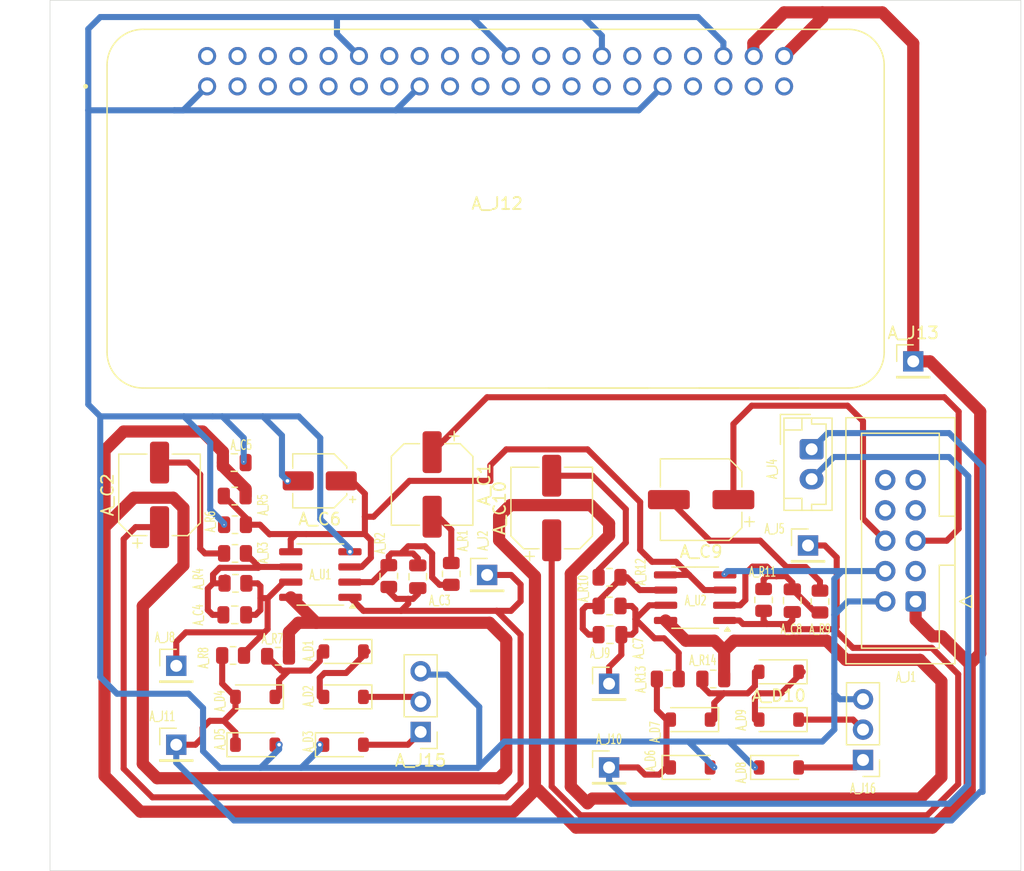
<source format=kicad_pcb>
(kicad_pcb (version 20241229) (generator "pcbnew") (generator_version "9.0")
  (layers (0 "F.Cu" signal) (2 "B.Cu" signal) (13 "F.Paste" user) (15 "B.Paste" user) (5 "F.SilkS" user "F.Silkscreen") (7 "B.SilkS" user "B.Silkscreen") (1 "F.Mask" user) (3 "B.Mask" user) (25 "Edge.Cuts" user))
  (net 0 "")
  (net 1 "Net-(A_C1-Pad2)")
  (net 2 "Net-(A_J1-Pin_5)")
  (net 3 "Net-(A_J2-Pin_1)")
  (net 4 "Net-(A_C2-Pad2)")
  (net 5 "Net-(A_U1A--)")
  (net 6 "Net-(A_U1B--)")
  (net 7 "GND")
  (net 8 "+5V")
  (net 9 "Net-(A_J8-Pin_1)")
  (net 10 "Net-(A_U1A-+)")
  (net 11 "Net-(A_J9-Pin_1)")
  (net 12 "Net-(A_U2B--)")
  (net 13 "Net-(A_U2A--)")
  (net 14 "Net-(A_J5-Pin_1)")
  (net 15 "Net-(A_C9-Pad2)")
  (net 16 "Net-(A_J1-Pin_6)")
  (net 17 "Net-(A_C10-Pad2)")
  (net 18 "Net-(A_D1-K)")
  (net 19 "Net-(A_D1-A)")
  (net 20 "Net-(A_D2-K)")
  (net 21 "Net-(A_D3-A)")
  (net 22 "Net-(A_D4-A)")
  (net 23 "Net-(A_D6-K)")
  (net 24 "Net-(A_D10-A)")
  (net 25 "Net-(A_D8-A)")
  (net 26 "Net-(A_D10-K)")
  (net 27 "Net-(A_D9-K)")
  (footprint "Capacitor_SMD:CP_Elec_6.3x7.7" (layer "F.Cu") (at 109.16 98.965 90)
    (property "Reference" "A_C2")
    (property "Value" "22uF")
  )
  (footprint "Resistor_SMD:R_0805_2012Metric" (layer "F.Cu") (at 164.4 107.8875 -90)
    (property "Reference" "A_R9")
    (property "Value" "10k")
  )
  (footprint "Resistor_SMD:R_0805_2012Metric" (layer "F.Cu") (at 119.0725 112.465)
    (property "Reference" "A_R7")
    (property "Value" "1k")
  )
  (footprint "Connector_PinHeader_2.54mm:PinHeader_1x01_P2.54mm_Vertical" (layer "F.Cu") (at 146.76 114.765)
    (property "Reference" "A_J9")
    (property "Value" "Conn_01x01_Pin")
  )
  (footprint "Connector_PinHeader_2.54mm:PinHeader_1x01_P2.54mm_Vertical" (layer "F.Cu") (at 136.56 105.665)
    (property "Reference" "A_J2")
    (property "Value" "Conn_01x01_Pin")
  )
  (footprint "Diode_SMD:D_SOD-123" (layer "F.Cu") (at 160.96 117.765 180)
    (property "Reference" "A_D9")
    (property "Value" "1N4148")
  )
  (footprint "Connector_PinHeader_2.54mm:PinHeader_1x03_P2.54mm_Vertical" (layer "F.Cu") (at 131 118.8 180)
    (property "Reference" "A_J15")
    (property "Value" "Conn_01x03_Pin")
  )
  (footprint "Resistor_SMD:R_0805_2012Metric" (layer "F.Cu") (at 128.335 105.7575 90)
    (property "Reference" "A_R2")
    (property "Value" "40k")
  )
  (footprint "Capacitor_SMD:CP_Elec_4x5.4" (layer "F.Cu") (at 122.559999 97.795 180)
    (property "Reference" "A_C6")
    (property "Value" "4.7uF")
  )
  (footprint "Diode_SMD:D_SOD-123" (layer "F.Cu") (at 117.16 115.865 180)
    (property "Reference" "A_D4")
    (property "Value" "1N4148")
  )
  (footprint "Diode_SMD:D_SOD-123" (layer "F.Cu") (at 117.16 119.865)
    (property "Reference" "A_D5")
    (property "Value" "1N4148")
  )
  (footprint "Diode_SMD:D_SOD-123" (layer "F.Cu") (at 160.96 121.765)
    (property "Reference" "A_D8")
    (property "Value" "1N4148")
  )
  (footprint "Diode_SMD:D_SOD-123" (layer "F.Cu") (at 124.56 119.865)
    (property "Reference" "A_D3")
    (property "Value" "1N4148")
  )
  (footprint "Resistor_SMD:R_0805_2012Metric" (layer "F.Cu") (at 155.4725 114.365 180)
    (property "Reference" "A_R14")
    (property "Value" "1k")
  )
  (footprint "Capacitor_SMD:C_0805_2012Metric" (layer "F.Cu") (at 115.45 109)
    (property "Reference" "A_C4")
    (property "Value" "330pF")
  )
  (footprint "Resistor_SMD:R_0805_2012Metric" (layer "F.Cu") (at 115.4725 101.465 180)
    (property "Reference" "A_R6")
    (property "Value" "330k")
  )
  (footprint "Resistor_SMD:R_0805_2012Metric" (layer "F.Cu") (at 115.51 106.365)
    (property "Reference" "A_R4")
    (property "Value" "80k")
  )
  (footprint "Connector_JST:JST_EH_B2B-EH-A_1x02_P2.50mm_Vertical" (layer "F.Cu") (at 163.7 95.15 -90)
    (property "Reference" "A_J4")
    (property "Value" "Conn_01x02")
  )
  (footprint "Connector_PinHeader_2.54mm:PinHeader_1x03_P2.54mm_Vertical" (layer "F.Cu") (at 168 121.14 180)
    (property "Reference" "A_J16")
    (property "Value" "Conn_01x03_Pin")
  )
  (footprint "Capacitor_SMD:CP_Elec_6.3x7.7" (layer "F.Cu") (at 154.46 99.365 180)
    (property "Reference" "A_C9")
    (property "Value" "22uF")
  )
  (footprint "Resistor_SMD:R_0805_2012Metric" (layer "F.Cu") (at 151.6725 114.365)
    (property "Reference" "A_R13")
    (property "Value" "100")
  )
  (footprint "ADS1263_socket:MODULE_RASPBERRY_PI_ZERO_2_W" (layer "F.Cu") (at 137.27 75.03)
    (property "Reference" "A_J12")
    (property "Value" "Conn_02x20_Odd_Even")
  )
  (footprint "Package_SO:SOIC-8_3.9x4.9mm_P1.27mm" (layer "F.Cu") (at 153.96 107.565 180)
    (property "Reference" "A_U2")
    (property "Value" "LMV358")
  )
  (footprint "Resistor_SMD:R_0805_2012Metric" (layer "F.Cu") (at 115.3125 112.4)
    (property "Reference" "A_R8")
    (property "Value" "100")
  )
  (footprint "Connector_PinHeader_2.54mm:PinHeader_1x01_P2.54mm_Vertical" (layer "F.Cu") (at 110.56 119.865)
    (property "Reference" "A_J11")
    (property "Value" "Conn_01x01_Pin")
  )
  (footprint "Connector_PinHeader_2.54mm:PinHeader_1x01_P2.54mm_Vertical" (layer "F.Cu") (at 146.76 121.765)
    (property "Reference" "A_J10")
    (property "Value" "Conn_01x01_Pin")
  )
  (footprint "Package_SO:SOIC-8_3.9x4.9mm_P1.27mm" (layer "F.Cu") (at 122.61 105.63 180)
    (property "Reference" "A_U1")
    (property "Value" "LMV358")
  )
  (footprint "Capacitor_SMD:C_0805_2012Metric" (layer "F.Cu") (at 130.76 105.815 90)
    (property "Reference" "A_C3")
    (property "Value" "680pF")
  )
  (footprint "Connector_PinHeader_2.54mm:PinHeader_1x01_P2.54mm_Vertical" (layer "F.Cu") (at 163.4 103.2)
    (property "Reference" "A_J5")
    (property "Value" "Conn_01x01_Pin")
  )
  (footprint "Resistor_SMD:R_0805_2012Metric" (layer "F.Cu") (at 115.4725 103.865)
    (property "Reference" "A_R3")
    (property "Value" "10k")
  )
  (footprint "Resistor_SMD:R_0805_2012Metric" (layer "F.Cu") (at 146.7975 108.26)
    (property "Reference" "A_R10")
    (property "Value" "80k")
  )
  (footprint "Capacitor_SMD:C_0805_2012Metric" (layer "F.Cu") (at 115.41 96.265)
    (property "Reference" "A_C5")
    (property "Value" "100nF")
  )
  (footprint "Diode_SMD:D_SOD-123" (layer "F.Cu") (at 160.96 113.765 180)
    (property "Reference" "A_D10")
    (property "Value" "1N4148")
  )
  (footprint "Resistor_SMD:R_0805_2012Metric" (layer "F.Cu") (at 146.7975 105.86)
    (property "Reference" "A_R12")
    (property "Value" "10k")
  )
  (footprint "Resistor_SMD:R_0805_2012Metric" (layer "F.Cu") (at 115.4475 99.065 180)
    (property "Reference" "A_R5")
    (property "Value" "910k")
  )
  (footprint "Connector_IDC:IDC-Header_2x05_P2.54mm_Vertical" (layer "F.Cu") (at 172.4 107.88 180)
    (property "Reference" "A_J1")
    (property "Value" "Connector_IDC:IDC-Header_2x05_P2.54mm_Vertical")
  )
  (footprint "Capacitor_SMD:CP_Elec_6.3x7.7" (layer "F.Cu") (at 131.96 98.095 -90)
    (property "Reference" "A_C1")
    (property "Value" "22uF")
  )
  (footprint "Diode_SMD:D_SOD-123" (layer "F.Cu") (at 153.56 117.765 180)
    (property "Reference" "A_D7")
    (property "Value" "1N4148")
  )
  (footprint "Capacitor_SMD:C_0805_2012Metric" (layer "F.Cu") (at 162.085 107.815 -90)
    (property "Reference" "A_C8")
    (property "Value" "680pF")
  )
  (footprint "Capacitor_SMD:CP_Elec_6.3x7.7" (layer "F.Cu") (at 141.96 100.065 90)
    (property "Reference" "A_C10")
    (property "Value" "22uF")
  )
  (footprint "Diode_SMD:D_SOD-123" (layer "F.Cu") (at 124.56 112.065 180)
    (property "Reference" "A_D1")
    (property "Value" "1N4148")
  )
  (footprint "Diode_SMD:D_SOD-123" (layer "F.Cu") (at 153.56 121.765)
    (property "Reference" "A_D6")
    (property "Value" "1N4148")
  )
  (footprint "Resistor_SMD:R_0805_2012Metric" (layer "F.Cu") (at 133.56 105.5775 -90)
    (property "Reference" "A_R1")
    (property "Value" "10k")
  )
  (footprint "Connector_PinHeader_2.54mm:PinHeader_1x01_P2.54mm_Vertical" (layer "F.Cu") (at 110.56 113.265)
    (property "Reference" "A_J8")
    (property "Value" "Conn_01x01_Pin")
  )
  (footprint "Connector_PinHeader_2.54mm:PinHeader_1x01_P2.54mm_Vertical" (layer "F.Cu") (at 172.2 87.8)
    (property "Reference" "A_J13")
    (property "Value" "Conn_01x01_Pin")
  )
  (footprint "Capacitor_SMD:C_0805_2012Metric" (layer "F.Cu") (at 146.835 110.66)
    (property "Reference" "A_C7")
    (property "Value" "330pF")
  )
  (footprint "Resistor_SMD:R_0805_2012Metric" (layer "F.Cu") (at 159.685 107.7525 -90)
    (property "Reference" "A_R11")
    (property "Value" "40k")
  )
  (footprint "Diode_SMD:D_SOD-123" (layer "F.Cu") (at 124.56 115.865 180)
    (property "Reference" "A_D2")
    (property "Value" "1N4148")
  )
  (gr_rect (start 100 57.6) (end 181.2 130.4) (stroke (width 0.05)) (fill no) (layer "Edge.Cuts"))
  (segment (start 133.56 101.895) (end 133.545 101.88) (width 0.508) (layer "F.Cu") (net 1))
  (segment (start 133.545 101.88) (end 132.459999 100.795) (width 0.508) (layer "F.Cu") (net 1))
  (segment (start 133.56 104.665) (end 133.56 101.895) (width 0.508) (layer "F.Cu") (net 1))
  (segment (start 175 102.8) (end 172.4 102.8) (width 0.508) (layer "F.Cu") (net 2))
  (segment (start 174.8 90.8) (end 176 92) (width 0.508) (layer "F.Cu") (net 2))
  (segment (start 176 92) (end 176 101.8) (width 0.508) (layer "F.Cu") (net 2))
  (segment (start 176 101.8) (end 175 102.8) (width 0.508) (layer "F.Cu") (net 2))
  (segment (start 136.555 90.8) (end 174.8 90.8) (width 0.508) (layer "F.Cu") (net 2))
  (segment (start 131.96 95.395) (end 136.555 90.8) (width 0.508) (layer "F.Cu") (net 2))
  (segment (start 126.215 108.665) (end 129.36 108.665) (width 0.508) (layer "F.Cu") (net 3))
  (segment (start 108.56 124.265) (end 106.16 121.865) (width 0.508) (layer "F.Cu") (net 3))
  (segment (start 130.36 107.665) (end 129.96 107.665) (width 0.508) (layer "F.Cu") (net 3))
  (segment (start 129.96 108.065) (end 129.36 108.665) (width 0.508) (layer "F.Cu") (net 3))
  (segment (start 129.36 108.665) (end 137.36 108.665) (width 0.508) (layer "F.Cu") (net 3))
  (segment (start 128.96 107.665) (end 128.335 107.04) (width 0.508) (layer "F.Cu") (net 3))
  (segment (start 129.96 107.665) (end 129.96 108.065) (width 0.508) (layer "F.Cu") (net 3))
  (segment (start 137.36 108.665) (end 138.56 108.665) (width 0.508) (layer "F.Cu") (net 3))
  (segment (start 139.36 123.065) (end 139.36 110.665) (width 0.508) (layer "F.Cu") (net 3))
  (segment (start 107.16 101.665) (end 109.16 101.665) (width 0.508) (layer "F.Cu") (net 3))
  (segment (start 106.16 121.865) (end 106.16 102.665) (width 0.508) (layer "F.Cu") (net 3))
  (segment (start 139.36 107.865) (end 139.36 106.465) (width 0.508) (layer "F.Cu") (net 3))
  (segment (start 138.16 124.265) (end 108.56 124.265) (width 0.508) (layer "F.Cu") (net 3))
  (segment (start 139.36 110.665) (end 137.36 108.665) (width 0.508) (layer "F.Cu") (net 3))
  (segment (start 138.56 105.665) (end 136.56 105.665) (width 0.508) (layer "F.Cu") (net 3))
  (segment (start 138.56 108.665) (end 139.36 107.865) (width 0.508) (layer "F.Cu") (net 3))
  (segment (start 106.16 102.665) (end 107.16 101.665) (width 0.508) (layer "F.Cu") (net 3))
  (segment (start 139.36 106.465) (end 138.56 105.665) (width 0.508) (layer "F.Cu") (net 3))
  (segment (start 125.085 107.535) (end 126.215 108.665) (width 0.508) (layer "F.Cu") (net 3))
  (segment (start 129.96 107.665) (end 128.96 107.665) (width 0.508) (layer "F.Cu") (net 3))
  (segment (start 128.335 107.04) (end 128.335 106.67) (width 0.508) (layer "F.Cu") (net 3))
  (segment (start 130.76 107.265) (end 130.36 107.665) (width 0.508) (layer "F.Cu") (net 3))
  (segment (start 130.76 106.765) (end 130.76 107.265) (width 0.508) (layer "F.Cu") (net 3))
  (segment (start 138.16 124.265) (end 139.36 123.065) (width 0.508) (layer "F.Cu") (net 3))
  (segment (start 111.56 96.265) (end 112.56 97.265) (width 0.508) (layer "F.Cu") (net 4))
  (segment (start 112.56 97.265) (end 112.56 103.465) (width 0.508) (layer "F.Cu") (net 4))
  (segment (start 109.16 96.265) (end 111.56 96.265) (width 0.508) (layer "F.Cu") (net 4))
  (segment (start 112.56 103.465) (end 112.96 103.865) (width 0.508) (layer "F.Cu") (net 4))
  (segment (start 112.96 103.865) (end 114.56 103.865) (width 0.508) (layer "F.Cu") (net 4))
  (segment (start 128.335 104.89) (end 126.96 106.265) (width 0.508) (layer "F.Cu") (net 5))
  (segment (start 130.36 103.865) (end 130.76 104.265) (width 0.508) (layer "F.Cu") (net 5))
  (segment (start 131.96 105.865) (end 131.96 103.865) (width 0.508) (layer "F.Cu") (net 5))
  (segment (start 131.96 105.865) (end 132.585 106.49) (width 0.508) (layer "F.Cu") (net 5))
  (segment (start 128.56 103.865) (end 129.36 103.865) (width 0.508) (layer "F.Cu") (net 5))
  (segment (start 129.36 103.865) (end 130.36 103.865) (width 0.508) (layer "F.Cu") (net 5))
  (segment (start 130.76 104.265) (end 130.76 104.865) (width 0.508) (layer "F.Cu") (net 5))
  (segment (start 129.96 103.265) (end 129.36 103.865) (width 0.508) (layer "F.Cu") (net 5))
  (segment (start 128.335 104.845) (end 128.335 104.09) (width 0.508) (layer "F.Cu") (net 5))
  (segment (start 132.585 106.49) (end 133.56 106.49) (width 0.508) (layer "F.Cu") (net 5))
  (segment (start 128.335 104.09) (end 128.56 103.865) (width 0.508) (layer "F.Cu") (net 5))
  (segment (start 131.36 103.265) (end 129.96 103.265) (width 0.508) (layer "F.Cu") (net 5))
  (segment (start 126.96 106.265) (end 125.085 106.265) (width 0.508) (layer "F.Cu") (net 5))
  (segment (start 128.335 104.845) (end 128.335 104.89) (width 0.508) (layer "F.Cu") (net 5))
  (segment (start 131.96 103.865) (end 131.36 103.265) (width 0.508) (layer "F.Cu") (net 5))
  (segment (start 113.2 106.8) (end 113.635 106.365) (width 0.508) (layer "F.Cu") (net 6))
  (segment (start 114.5975 106.365) (end 114.5975 105.94) (width 0.508) (layer "F.Cu") (net 6))
  (segment (start 114.2 105.065) (end 117.42 105.065) (width 0.508) (layer "F.Cu") (net 6))
  (segment (start 114.5975 105.94) (end 114.6725 105.865) (width 0.508) (layer "F.Cu") (net 6))
  (segment (start 113.635 106.365) (end 114.5975 106.365) (width 0.508) (layer "F.Cu") (net 6))
  (segment (start 117.49 104.995) (end 120.135 104.995) (width 0.508) (layer "F.Cu") (net 6))
  (segment (start 113.2 108.6) (end 113.2 106.8) (width 0.508) (layer "F.Cu") (net 6))
  (segment (start 117.42 105.065) (end 117.49 104.995) (width 0.508) (layer "F.Cu") (net 6))
  (segment (start 116.385 103.89) (end 117.49 104.995) (width 0.508) (layer "F.Cu") (net 6))
  (segment (start 113.6 109) (end 113.2 108.6) (width 0.508) (layer "F.Cu") (net 6))
  (segment (start 116.385 103.865) (end 116.385 103.89) (width 0.508) (layer "F.Cu") (net 6))
  (segment (start 113.635 105.63) (end 114.2 105.065) (width 0.508) (layer "F.Cu") (net 6))
  (segment (start 114.5 109) (end 113.6 109) (width 0.508) (layer "F.Cu") (net 6))
  (segment (start 113.635 106.365) (end 113.635 105.63) (width 0.508) (layer "F.Cu") (net 6))
  (via (at 125.085 103.725) (size 0.6) (drill 0.3) (layers "F.Cu" "B.Cu") (net 7))
  (via (at 119.16 119.865) (size 0.6) (drill 0.3) (layers "F.Cu" "B.Cu") (net 7))
  (via micro (at 155.56 121.765) (size 0.3) (drill 0.1) (layers "F.Cu" "B.Cu") (net 7))
  (via (at 122.56 119.865) (size 0.6) (drill 0.3) (layers "F.Cu" "B.Cu") (net 7))
  (via micro (at 114.56 101.465) (size 0.3) (drill 0.1) (layers "F.Cu" "B.Cu") (net 7))
  (via micro (at 158.96 121.765) (size 0.3) (drill 0.1) (layers "F.Cu" "B.Cu") (net 7))
  (via micro (at 156.4 105.6) (size 0.3) (drill 0.1) (layers "F.Cu" "B.Cu") (net 7))
  (via (at 119.859999 97.795) (size 0.6) (drill 0.3) (layers "F.Cu" "B.Cu") (net 7))
  (via micro (at 116.2 96.2) (size 0.3) (drill 0.1) (layers "F.Cu" "B.Cu") (net 7))
  (segment (start 116.2 94.2) (end 116.2 96.2) (width 0.508) (layer "B.Cu") (net 7))
  (segment (start 165.6 109) (end 165.6 106) (width 0.508) (layer "B.Cu") (net 7))
  (segment (start 128.92 66.8) (end 130.92 64.8) (width 0.508) (layer "B.Cu") (net 7))
  (segment (start 131.28 114) (end 131 113.72) (width 0.508) (layer "B.Cu") (net 7))
  (segment (start 119.4 94) (end 119.4 97.335001) (width 0.508) (layer "B.Cu") (net 7))
  (segment (start 113.4 100.2) (end 114.56 101.36) (width 0.508) (layer "B.Cu") (net 7))
  (segment (start 122.56 120.24) (end 122.56 119.865) (width 0.508) (layer "B.Cu") (net 7))
  (segment (start 111.14 66.8) (end 113.14 64.8) (width 0.508) (layer "B.Cu") (net 7))
  (segment (start 114.4 92.4) (end 116.2 94.2) (width 0.508) (layer "B.Cu") (net 7))
  (segment (start 166.06 116.06) (end 168 116.06) (width 0.508) (layer "B.Cu") (net 7))
  (segment (start 125.085 103.485) (end 122.6 101) (width 0.508) (layer "B.Cu") (net 7))
  (segment (start 104.2 114.2) (end 105.6 115.6) (width 0.508) (layer "B.Cu") (net 7))
  (segment (start 133.2 114) (end 135.9 116.7) (width 0.508) (layer "B.Cu") (net 7))
  (segment (start 103.2 60) (end 104.2 59) (width 0.508) (layer "B.Cu") (net 7))
  (segment (start 165.6 109) (end 166.72 107.88) (width 0.508) (layer "B.Cu") (net 7))
  (segment (start 166.26 105.34) (end 156.66 105.34) (width 0.508) (layer "B.Cu") (net 7))
  (segment (start 166.72 107.88) (end 169.86 107.88) (width 0.508) (layer "B.Cu") (net 7))
  (segment (start 135.9 116.7) (end 135.9 121.7) (width 0.508) (layer "B.Cu") (net 7))
  (segment (start 122.6 94.2) (end 120.8 92.4) (width 0.508) (layer "B.Cu") (net 7))
  (segment (start 135.2 59) (end 144.6 59) (width 0.508) (layer "B.Cu") (net 7))
  (segment (start 110.4 66.8) (end 111.14 66.8) (width 0.508) (layer "B.Cu") (net 7))
  (segment (start 104.2 92.4) (end 103.2 91.4) (width 0.508) (layer "B.Cu") (net 7))
  (segment (start 146.16 60.56) (end 146.16 62.26) (width 0.508) (layer "B.Cu") (net 7))
  (segment (start 103.2 91.4) (end 103.2 66.8) (width 0.508) (layer "B.Cu") (net 7))
  (segment (start 103.2 66.8) (end 103.2 60) (width 0.508) (layer "B.Cu") (net 7))
  (segment (start 156.795 119.6) (end 158.96 121.765) (width 0.508) (layer "B.Cu") (net 7))
  (segment (start 133.2 114) (end 131.28 114) (width 0.508) (layer "B.Cu") (net 7))
  (segment (start 119.4 97.335001) (end 119.859999 97.795) (width 0.508) (layer "B.Cu") (net 7))
  (segment (start 104.2 59) (end 124 59) (width 0.508) (layer "B.Cu") (net 7))
  (segment (start 165.6 118.6) (end 165.6 115.6) (width 0.508) (layer "B.Cu") (net 7))
  (segment (start 166.26 105.34) (end 169.86 105.34) (width 0.508) (layer "B.Cu") (net 7))
  (segment (start 104.2 92.4) (end 111.2 92.4) (width 0.508) (layer "B.Cu") (net 7))
  (segment (start 149.24 66.8) (end 151.24 64.8) (width 0.508) (layer "B.Cu") (net 7))
  (segment (start 165.6 115.6) (end 165.6 109) (width 0.508) (layer "B.Cu") (net 7))
  (segment (start 135.8 121.8) (end 135.9 121.7) (width 0.508) (layer "B.Cu") (net 7))
  (segment (start 156.66 105.34) (end 156.4 105.6) (width 0.508) (layer "B.Cu") (net 7))
  (segment (start 114.4 92.4) (end 117.8 92.4) (width 0.508) (layer "B.Cu") (net 7))
  (segment (start 138 119.6) (end 153.395 119.6) (width 0.508) (layer "B.Cu") (net 7))
  (segment (start 119.16 120.24) (end 119.16 119.865) (width 0.508) (layer "B.Cu") (net 7))
  (segment (start 117.6 121.8) (end 119.16 120.24) (width 0.508) (layer "B.Cu") (net 7))
  (segment (start 124 59) (end 135.2 59) (width 0.508) (layer "B.Cu") (net 7))
  (segment (start 122.6 101) (end 122.6 94.2) (width 0.508) (layer "B.Cu") (net 7))
  (segment (start 111.6 115.6) (end 112.8 116.8) (width 0.508) (layer "B.Cu") (net 7))
  (segment (start 113.4 94.6) (end 113.4 100.2) (width 0.508) (layer "B.Cu") (net 7))
  (segment (start 113.6 92.4) (end 114.4 92.4) (width 0.508) (layer "B.Cu") (net 7))
  (segment (start 112.8 116.8) (end 112.8 120.4) (width 0.508) (layer "B.Cu") (net 7))
  (segment (start 121 121.8) (end 122.56 120.24) (width 0.508) (layer "B.Cu") (net 7))
  (segment (start 114.2 121.8) (end 117.6 121.8) (width 0.508) (layer "B.Cu") (net 7))
  (segment (start 111.2 92.4) (end 113.4 94.6) (width 0.508) (layer "B.Cu") (net 7))
  (segment (start 144.6 59) (end 146.16 60.56) (width 0.508) (layer "B.Cu") (net 7))
  (segment (start 165.6 115.6) (end 166.06 116.06) (width 0.508) (layer "B.Cu") (net 7))
  (segment (start 156.795 119.6) (end 164.6 119.6) (width 0.508) (layer "B.Cu") (net 7))
  (segment (start 165.6 106) (end 166.26 105.34) (width 0.508) (layer "B.Cu") (net 7))
  (segment (start 120.8 92.4) (end 117.8 92.4) (width 0.508) (layer "B.Cu") (net 7))
  (segment (start 153.395 119.6) (end 156.795 119.6) (width 0.508) (layer "B.Cu") (net 7))
  (segment (start 105.6 115.6) (end 111.6 115.6) (width 0.508) (layer "B.Cu") (net 7))
  (segment (start 125.085 103.725) (end 125.085 103.485) (width 0.508) (layer "B.Cu") (net 7))
  (segment (start 153.395 119.6) (end 155.56 121.765) (width 0.508) (layer "B.Cu") (net 7))
  (segment (start 114.56 101.36) (end 114.56 101.465) (width 0.508) (layer "B.Cu") (net 7))
  (segment (start 135.9 121.7) (end 138 119.6) (width 0.508) (layer "B.Cu") (net 7))
  (segment (start 156.32 61.12) (end 156.32 62.26) (width 0.508) (layer "B.Cu") (net 7))
  (segment (start 135.2 59) (end 135.28 59) (width 0.508) (layer "B.Cu") (net 7))
  (segment (start 104.2 92.4) (end 104.2 114.2) (width 0.508) (layer "B.Cu") (net 7))
  (segment (start 124 59) (end 124 60.42) (width 0.508) (layer "B.Cu") (net 7))
  (segment (start 144.6 59) (end 154.2 59) (width 0.508) (layer "B.Cu") (net 7))
  (segment (start 128.92 66.8) (end 149.24 66.8) (width 0.508) (layer "B.Cu") (net 7))
  (segment (start 164.6 119.6) (end 165.6 118.6) (width 0.508) (layer "B.Cu") (net 7))
  (segment (start 117.8 92.4) (end 119.4 94) (width 0.508) (layer "B.Cu") (net 7))
  (segment (start 135.8 121.8) (end 121 121.8) (width 0.508) (layer "B.Cu") (net 7))
  (segment (start 112.8 120.4) (end 114.2 121.8) (width 0.508) (layer "B.Cu") (net 7))
  (segment (start 154.2 59) (end 156.32 61.12) (width 0.508) (layer "B.Cu") (net 7))
  (segment (start 103.2 66.8) (end 110.4 66.8) (width 0.508) (layer "B.Cu") (net 7))
  (segment (start 117.6 121.8) (end 121 121.8) (width 0.508) (layer "B.Cu") (net 7))
  (segment (start 110.4 66.8) (end 128.92 66.8) (width 0.508) (layer "B.Cu") (net 7))
  (segment (start 135.28 59) (end 138.54 62.26) (width 0.508) (layer "B.Cu") (net 7))
  (segment (start 124 60.42) (end 125.84 62.26) (width 0.508) (layer "B.Cu") (net 7))
  (segment (start 111.2 92.4) (end 113.6 92.4) (width 0.508) (layer "B.Cu") (net 7))
  (segment (start 169.609 58.609) (end 164.6 58.609) (width 1.016) (layer "F.Cu") (net 8))
  (segment (start 164.6 58.609) (end 164.6 59.06) (width 1.016) (layer "F.Cu") (net 8))
  (segment (start 137.56 100.765) (end 138.501 99.824) (width 1.016) (layer "F.Cu") (net 8))
  (segment (start 173.6 87.8) (end 172.2 87.8) (width 1.016) (layer "F.Cu") (net 8))
  (segment (start 176.923 113.123) (end 174.6 110.8) (width 1.016) (layer "F.Cu") (net 8))
  (segment (start 110.301 99.206) (end 111.16 100.065) (width 1.016) (layer "F.Cu") (net 8))
  (segment (start 156.385 111.99) (end 156.385 114.365) (width 1.016) (layer "F.Cu") (net 8))
  (segment (start 122.265 109.665) (end 120.76 109.665) (width 1.016) (layer "F.Cu") (net 8))
  (segment (start 143.56 123.365) (end 144.96 124.765) (width 1.016) (layer "F.Cu") (net 8))
  (segment (start 172.76 124.365) (end 174.56 122.565) (width 1.016) (layer "F.Cu") (net 8))
  (segment (start 157.21 111.165) (end 156.385 111.99) (width 1.016) (layer "F.Cu") (net 8))
  (segment (start 107.76 108.265) (end 107.76 121.465) (width 1.016) (layer "F.Cu") (net 8))
  (segment (start 164.96 111.165) (end 157.21 111.165) (width 1.016) (layer "F.Cu") (net 8))
  (segment (start 140.865 123.665) (end 144 126.8) (width 1.016) (layer "F.Cu") (net 8))
  (segment (start 137.56 122.665) (end 138.16 122.065) (width 1.016) (layer "F.Cu") (net 8))
  (segment (start 174.6 110.8) (end 173.8 110.8) (width 1.016) (layer "F.Cu") (net 8))
  (segment (start 107.56 125.465) (end 138.76 125.465) (width 1.016) (layer "F.Cu") (net 8))
  (segment (start 120.76 109.665) (end 119.985 110.44) (width 1.016) (layer "F.Cu") (net 8))
  (segment (start 107.76 121.465) (end 108.96 122.665) (width 1.016) (layer "F.Cu") (net 8))
  (segment (start 172.4 109.4) (end 172.4 107.88) (width 1.016) (layer "F.Cu") (net 8))
  (segment (start 140.56 123.665) (end 140.865 123.665) (width 1.016) (layer "F.Cu") (net 8))
  (segment (start 104.56 122.465) (end 107.56 125.465) (width 1.016) (layer "F.Cu") (net 8))
  (segment (start 140.56 105.765) (end 137.56 102.765) (width 1.016) (layer "F.Cu") (net 8))
  (segment (start 140.56 123.665) (end 140.56 105.765) (width 1.016) (layer "F.Cu") (net 8))
  (segment (start 119.985 110.44) (end 119.985 112.465) (width 1.016) (layer "F.Cu") (net 8))
  (segment (start 104.56 101.665) (end 104.56 122.465) (width 1.016) (layer "F.Cu") (net 8))
  (segment (start 104.56 101.665) (end 104.56 95.265) (width 1.016) (layer "F.Cu") (net 8))
  (segment (start 153.18 111.165) (end 151.485 109.47) (width 1.016) (layer "F.Cu") (net 8))
  (segment (start 177.8 112.246) (end 177.8 92) (width 1.016) (layer "F.Cu") (net 8))
  (segment (start 146.76 102.365) (end 143.56 105.565) (width 1.016) (layer "F.Cu") (net 8))
  (segment (start 174.56 122.565) (end 174.56 114.565) (width 1.016) (layer "F.Cu") (net 8))
  (segment (start 122.265 109.665) (end 136.76 109.665) (width 1.016) (layer "F.Cu") (net 8))
  (segment (start 164.6 58.609) (end 161.4 58.609) (width 1.016) (layer "F.Cu") (net 8))
  (segment (start 173.8 126.8) (end 176.923 123.677) (width 1.016) (layer "F.Cu") (net 8))
  (segment (start 176.923 123.677) (end 176.923 113.123) (width 1.016) (layer "F.Cu") (net 8))
  (segment (start 158.826 61.183) (end 158.826 62.226) (width 1.016) (layer "F.Cu") (net 8))
  (segment (start 176.923 113.123) (end 177.8 112.246) (width 1.016) (layer "F.Cu") (net 8))
  (segment (start 155.56 111.165) (end 156.385 111.99) (width 1.016) (layer "F.Cu") (net 8))
  (segment (start 161.4 58.609) (end 158.826 61.183) (width 1.016) (layer "F.Cu") (net 8))
  (segment (start 164.6 59.06) (end 161.4 62.26) (width 1.016) (layer "F.Cu") (net 8))
  (segment (start 111.16 100.065) (end 111.16 104.865) (width 1.016) (layer "F.Cu") (net 8))
  (segment (start 174.56 114.565) (end 172.76 112.765) (width 1.016) (layer "F.Cu") (net 8))
  (segment (start 112.76 93.665) (end 114.46 95.365) (width 1.016) (layer "F.Cu") (net 8))
  (segment (start 104.56 95.265) (end 106.16 93.665) (width 1.016) (layer "F.Cu") (net 8))
  (segment (start 172.76 112.765) (end 166.56 112.765) (width 1.016) (layer "F.Cu") (net 8))
  (segment (start 138.16 122.065) (end 138.16 111.065) (width 1.016) (layer "F.Cu") (net 8))
  (segment (start 107.019 99.206) (end 110.301 99.206) (width 1.016) (layer "F.Cu") (net 8))
  (segment (start 137.56 102.765) (end 137.56 100.765) (width 1.016) (layer "F.Cu") (net 8))
  (segment (start 138.16 111.065) (end 136.76 109.665) (width 1.016) (layer "F.Cu") (net 8))
  (segment (start 166.56 112.765) (end 164.96 111.165) (width 1.016) (layer "F.Cu") (net 8))
  (segment (start 106.16 93.665) (end 112.76 93.665) (width 1.016) (layer "F.Cu") (net 8))
  (segment (start 172.2 61.2) (end 169.609 58.609) (width 1.016) (layer "F.Cu") (net 8))
  (segment (start 144.96 124.765) (end 145.36 124.365) (width 1.016) (layer "F.Cu") (net 8))
  (segment (start 114.46 95.365) (end 114.46 96.265) (width 1.016) (layer "F.Cu") (net 8))
  (segment (start 172.2 87.8) (end 172.2 61.2) (width 1.016) (layer "F.Cu") (net 8))
  (segment (start 116.36 98.465) (end 116.36 99.065) (width 1.016) (layer "F.Cu") (net 8))
  (segment (start 138.76 125.465) (end 140.56 123.665) (width 1.016) (layer "F.Cu") (net 8))
  (segment (start 114.46 96.565) (end 116.36 98.465) (width 1.016) (layer "F.Cu") (net 8))
  (segment (start 177.8 92) (end 173.6 87.8) (width 1.016) (layer "F.Cu") (net 8))
  (segment (start 158.826 62.226) (end 158.86 62.26) (width 1.016) (layer "F.Cu") (net 8))
  (segment (start 145.219 99.824) (end 146.76 101.365) (width 1.016) (layer "F.Cu") (net 8))
  (segment (start 122.265 109.665) (end 120.135 107.535) (width 1.016) (layer "F.Cu") (net 8))
  (segment (start 111.16 104.865) (end 107.76 108.265) (width 1.016) (layer "F.Cu") (net 8))
  (segment (start 144 126.8) (end 173.8 126.8) (width 1.016) (layer "F.Cu") (net 8))
  (segment (start 108.96 122.665) (end 137.56 122.665) (width 1.016) (layer "F.Cu") (net 8))
  (segment (start 155.56 111.165) (end 153.18 111.165) (width 1.016) (layer "F.Cu") (net 8))
  (segment (start 114.46 96.265) (end 114.46 96.565) (width 1.016) (layer "F.Cu") (net 8))
  (segment (start 145.36 124.365) (end 172.76 124.365) (width 1.016) (layer "F.Cu") (net 8))
  (segment (start 138.501 99.824) (end 145.219 99.824) (width 1.016) (layer "F.Cu") (net 8))
  (segment (start 173.8 110.8) (end 172.4 109.4) (width 1.016) (layer "F.Cu") (net 8))
  (segment (start 146.76 101.365) (end 146.76 102.365) (width 1.016) (layer "F.Cu") (net 8))
  (segment (start 143.56 105.565) (end 143.56 123.365) (width 1.016) (layer "F.Cu") (net 8))
  (segment (start 104.56 101.665) (end 107.019 99.206) (width 1.016) (layer "F.Cu") (net 8))
  (segment (start 110.56 111.265) (end 111.36 110.465) (width 0.508) (layer "F.Cu") (net 9))
  (segment (start 117.365 106.365) (end 116.4225 106.365) (width 0.508) (layer "F.Cu") (net 9))
  (segment (start 117.6 107.6) (end 118.225 107.6) (width 0.508) (layer "F.Cu") (net 9))
  (segment (start 116.225 112.4) (end 116.225 112.175) (width 0.508) (layer "F.Cu") (net 9))
  (segment (start 117.6 107.6) (end 117.6 106.6) (width 0.508) (layer "F.Cu") (net 9))
  (segment (start 118.2 107.625) (end 118.225 107.6) (width 0.508) (layer "F.Cu") (net 9))
  (segment (start 117.6 108.6) (end 117.6 107.6) (width 0.508) (layer "F.Cu") (net 9))
  (segment (start 119.56 106.265) (end 120.135 106.265) (width 0.508) (layer "F.Cu") (net 9))
  (segment (start 110.56 113.265) (end 110.56 111.265) (width 0.508) (layer "F.Cu") (net 9))
  (segment (start 116.4 109) (end 117.2 109) (width 0.508) (layer "F.Cu") (net 9))
  (segment (start 117.935 110.465) (end 118.2 110.2) (width 0.508) (layer "F.Cu") (net 9))
  (segment (start 117.2 109) (end 117.6 108.6) (width 0.508) (layer "F.Cu") (net 9))
  (segment (start 118.225 107.6) (end 119.56 106.265) (width 0.508) (layer "F.Cu") (net 9))
  (segment (start 111.36 110.465) (end 117.935 110.465) (width 0.508) (layer "F.Cu") (net 9))
  (segment (start 117.6 106.6) (end 117.365 106.365) (width 0.508) (layer "F.Cu") (net 9))
  (segment (start 116.225 112.175) (end 117.935 110.465) (width 0.508) (layer "F.Cu") (net 9))
  (segment (start 118.2 110.2) (end 118.2 107.625) (width 0.508) (layer "F.Cu") (net 9))
  (segment (start 126.335 98.870001) (end 126.335 100.795) (width 0.508) (layer "F.Cu") (net 10))
  (segment (start 118.36 102.265) (end 118.38 102.245) (width 0.508) (layer "F.Cu") (net 10))
  (segment (start 126.059999 104.995) (end 125.085 104.995) (width 0.508) (layer "F.Cu") (net 10))
  (segment (start 153.455 105.66) (end 154.725 106.93) (width 0.508) (layer "F.Cu") (net 10))
  (segment (start 117.56 101.465) (end 118.36 102.265) (width 0.508) (layer "F.Cu") (net 10))
  (segment (start 136.83 96.495) (end 138.165 95.16) (width 0.508) (layer "F.Cu") (net 10))
  (segment (start 114.56 99.065) (end 116.385 100.89) (width 0.508) (layer "F.Cu") (net 10))
  (segment (start 127.059999 100.795) (end 130.059999 97.795) (width 0.508) (layer "F.Cu") (net 10))
  (segment (start 121.435 102.245) (end 126.335 102.245) (width 0.508) (layer "F.Cu") (net 10))
  (segment (start 154.725 106.93) (end 156.435 106.93) (width 0.508) (layer "F.Cu") (net 10))
  (segment (start 152.36 104.565) (end 153.455 105.66) (width 0.508) (layer "F.Cu") (net 10))
  (segment (start 126.335 100.795) (end 126.335 102.245) (width 0.508) (layer "F.Cu") (net 10))
  (segment (start 130.059999 97.795) (end 136.83 97.795) (width 0.508) (layer "F.Cu") (net 10))
  (segment (start 126.335 102.245) (end 126.835 102.745) (width 0.508) (layer "F.Cu") (net 10))
  (segment (start 120.135 103.725) (end 120.135 102.695) (width 0.508) (layer "F.Cu") (net 10))
  (segment (start 149.36 103.565) (end 150.36 104.565) (width 0.508) (layer "F.Cu") (net 10))
  (segment (start 126.335 100.795) (end 127.059999 100.795) (width 0.508) (layer "F.Cu") (net 10))
  (segment (start 149.36 99.565) (end 149.36 103.565) (width 0.508) (layer "F.Cu") (net 10))
  (segment (start 138.165 95.16) (end 144.955 95.16) (width 0.508) (layer "F.Cu") (net 10))
  (segment (start 144.955 95.16) (end 149.36 99.565) (width 0.508) (layer "F.Cu") (net 10))
  (segment (start 116.385 101.465) (end 117.56 101.465) (width 0.508) (layer "F.Cu") (net 10))
  (segment (start 118.38 102.245) (end 120.585 102.245) (width 0.508) (layer "F.Cu") (net 10))
  (segment (start 126.835 104.219999) (end 126.059999 104.995) (width 0.508) (layer "F.Cu") (net 10))
  (segment (start 136.83 97.795) (end 136.83 96.495) (width 0.508) (layer "F.Cu") (net 10))
  (segment (start 114.535 99.065) (end 114.56 99.065) (width 0.508) (layer "F.Cu") (net 10))
  (segment (start 150.36 104.565) (end 152.36 104.565) (width 0.508) (layer "F.Cu") (net 10))
  (segment (start 125.259999 97.795) (end 126.335 98.870001) (width 0.508) (layer "F.Cu") (net 10))
  (segment (start 126.835 102.745) (end 126.835 104.219999) (width 0.508) (layer "F.Cu") (net 10))
  (segment (start 151.485 105.66) (end 153.455 105.66) (width 0.508) (layer "F.Cu") (net 10))
  (segment (start 120.585 102.245) (end 121.435 102.245) (width 0.508) (layer "F.Cu") (net 10))
  (segment (start 116.385 100.89) (end 116.385 101.465) (width 0.508) (layer "F.Cu") (net 10))
  (segment (start 120.135 102.695) (end 120.585 102.245) (width 0.508) (layer "F.Cu") (net 10))
  (segment (start 148.96 109.365) (end 148.96 110.365) (width 0.508) (layer "F.Cu") (net 11))
  (segment (start 148.655 108.26) (end 148.96 108.565) (width 0.508) (layer "F.Cu") (net 11))
  (segment (start 148.96 109.365) (end 150.56 110.965) (width 0.508) (layer "F.Cu") (net 11))
  (segment (start 147.785 112.34) (end 147.785 110.66) (width 0.508) (layer "F.Cu") (net 11))
  (segment (start 148.96 110.365) (end 148.665 110.66) (width 0.508) (layer "F.Cu") (net 11))
  (segment (start 148.96 108.565) (end 148.96 109.365) (width 0.508) (layer "F.Cu") (net 11))
  (segment (start 150.125 108.2) (end 151.485 108.2) (width 0.508) (layer "F.Cu") (net 11))
  (segment (start 148.96 109.365) (end 150.125 108.2) (width 0.508) (layer "F.Cu") (net 11))
  (segment (start 147.71 108.26) (end 148.655 108.26) (width 0.508) (layer "F.Cu") (net 11))
  (segment (start 150.56 110.965) (end 151.36 110.965) (width 0.508) (layer "F.Cu") (net 11))
  (segment (start 148.665 110.66) (end 147.785 110.66) (width 0.508) (layer "F.Cu") (net 11))
  (segment (start 146.76 113.365) (end 147.785 112.34) (width 0.508) (layer "F.Cu") (net 11))
  (segment (start 152.585 112.19) (end 152.585 114.365) (width 0.508) (layer "F.Cu") (net 11))
  (segment (start 151.36 110.965) (end 152.585 112.19) (width 0.508) (layer "F.Cu") (net 11))
  (segment (start 146.76 114.765) (end 146.76 113.365) (width 0.508) (layer "F.Cu") (net 11))
  (segment (start 144.56 108.565) (end 144.56 110.165) (width 0.508) (layer "F.Cu") (net 12))
  (segment (start 145.885 108.26) (end 144.865 108.26) (width 0.508) (layer "F.Cu") (net 12))
  (segment (start 144.865 108.26) (end 144.56 108.565) (width 0.508) (layer "F.Cu") (net 12))
  (segment (start 147.71 106.015) (end 145.885 107.84) (width 0.508) (layer "F.Cu") (net 12))
  (segment (start 145.055 110.66) (end 145.885 110.66) (width 0.508) (layer "F.Cu") (net 12))
  (segment (start 149.325 106.93) (end 151.485 106.93) (width 0.508) (layer "F.Cu") (net 12))
  (segment (start 145.885 107.84) (end 145.885 108.26) (width 0.508) (layer "F.Cu") (net 12))
  (segment (start 148.255 105.86) (end 149.325 106.93) (width 0.508) (layer "F.Cu") (net 12))
  (segment (start 144.56 110.165) (end 145.055 110.66) (width 0.508) (layer "F.Cu") (net 12))
  (segment (start 147.71 105.86) (end 147.71 106.015) (width 0.508) (layer "F.Cu") (net 12))
  (segment (start 147.71 105.86) (end 148.255 105.86) (width 0.508) (layer "F.Cu") (net 12))
  (segment (start 160.76 105.77) (end 159.96 104.97) (width 0.508) (layer "F.Cu") (net 13))
  (segment (start 159.96 105.77) (end 160.76 105.77) (width 0.508) (layer "F.Cu") (net 13))
  (segment (start 158.755 104.97) (end 158.16 105.565) (width 0.508) (layer "F.Cu") (net 13))
  (segment (start 158.16 107.765) (end 157.725 108.2) (width 0.508) (layer "F.Cu") (net 13))
  (segment (start 161.56 105.77) (end 162.085 106.295) (width 0.508) (layer "F.Cu") (net 13))
  (segment (start 162.085 106.295) (end 162.085 106.865) (width 0.508) (layer "F.Cu") (net 13))
  (segment (start 157.725 108.2) (end 156.435 108.2) (width 0.508) (layer "F.Cu") (net 13))
  (segment (start 159.96 104.97) (end 158.755 104.97) (width 0.508) (layer "F.Cu") (net 13))
  (segment (start 164.4 108.8) (end 164.02 108.8) (width 0.508) (layer "F.Cu") (net 13))
  (segment (start 164.02 108.8) (end 162.085 106.865) (width 0.508) (layer "F.Cu") (net 13))
  (segment (start 158.16 105.565) (end 158.16 107.765) (width 0.508) (layer "F.Cu") (net 13))
  (segment (start 159.685 106.84) (end 159.685 106.045) (width 0.508) (layer "F.Cu") (net 13))
  (segment (start 159.685 106.045) (end 159.96 105.77) (width 0.508) (layer "F.Cu") (net 13))
  (segment (start 160.76 105.77) (end 161.56 105.77) (width 0.508) (layer "F.Cu") (net 13))
  (segment (start 159.685 109.495) (end 159.685 108.665) (width 0.508) (layer "F.Cu") (net 14))
  (segment (start 162.085 108.765) (end 162.085 109.445) (width 0.508) (layer "F.Cu") (net 14))
  (segment (start 173.76 111.765) (end 167.16 111.765) (width 0.508) (layer "F.Cu") (net 14))
  (segment (start 161.56 110.202) (end 161.56 110.17) (width 0.508) (layer "F.Cu") (net 14))
  (segment (start 159.96 109.77) (end 159.685 109.495) (width 0.508) (layer "F.Cu") (net 14))
  (segment (start 162.085 109.445) (end 161.76 109.77) (width 0.508) (layer "F.Cu") (net 14))
  (segment (start 161.16 109.77) (end 159.96 109.77) (width 0.508) (layer "F.Cu") (net 14))
  (segment (start 163.4 103.2) (end 164.8 103.2) (width 0.508) (layer "F.Cu") (net 14))
  (segment (start 175.96 123.165) (end 175.96 113.965) (width 0.508) (layer "F.Cu") (net 14))
  (segment (start 175.96 113.965) (end 173.76 111.765) (width 0.508) (layer "F.Cu") (net 14))
  (segment (start 161.76 109.77) (end 161.16 109.77) (width 0.508) (layer "F.Cu") (net 14))
  (segment (start 165.597 110.202) (end 161.56 110.202) (width 0.508) (layer "F.Cu") (net 14))
  (segment (start 164.8 103.2) (end 165.8 104.2) (width 0.508) (layer "F.Cu") (net 14))
  (segment (start 173.36 125.765) (end 175.96 123.165) (width 0.508) (layer "F.Cu") (net 14))
  (segment (start 157.665 109.47) (end 157.965 109.77) (width 0.508) (layer "F.Cu") (net 14))
  (segment (start 141.96 123.365) (end 144.36 125.765) (width 0.508) (layer "F.Cu") (net 14))
  (segment (start 165.8 109.999) (end 165.597 110.202) (width 0.508) (layer "F.Cu") (net 14))
  (segment (start 156.435 109.47) (end 157.665 109.47) (width 0.508) (layer "F.Cu") (net 14))
  (segment (start 157.965 109.77) (end 159.96 109.77) (width 0.508) (layer "F.Cu") (net 14))
  (segment (start 144.36 125.765) (end 173.36 125.765) (width 0.508) (layer "F.Cu") (net 14))
  (segment (start 161.56 110.17) (end 161.16 109.77) (width 0.508) (layer "F.Cu") (net 14))
  (segment (start 167.16 111.765) (end 165.597 110.202) (width 0.508) (layer "F.Cu") (net 14))
  (segment (start 165.8 104.2) (end 165.8 109.999) (width 0.508) (layer "F.Cu") (net 14))
  (segment (start 141.96 102.765) (end 141.96 123.365) (width 0.508) (layer "F.Cu") (net 14))
  (segment (start 159.4 102.8) (end 161.6 105) (width 0.508) (layer "F.Cu") (net 15))
  (segment (start 164.4 106.2) (end 163.2 105) (width 0.508) (layer "F.Cu") (net 15))
  (segment (start 161.6 105) (end 163.2 105) (width 0.508) (layer "F.Cu") (net 15))
  (segment (start 164.4 106.975) (end 164.4 106.2) (width 0.508) (layer "F.Cu") (net 15))
  (segment (start 155.195 102.8) (end 159.4 102.8) (width 0.508) (layer "F.Cu") (net 15))
  (segment (start 151.76 99.365) (end 155.195 102.8) (width 0.508) (layer "F.Cu") (net 15))
  (segment (start 166.709 91.509) (end 168 92.8) (width 0.508) (layer "F.Cu") (net 16))
  (segment (start 168 100.94) (end 169.86 102.8) (width 0.508) (layer "F.Cu") (net 16))
  (segment (start 157.16 93.04) (end 158.691 91.509) (width 0.508) (layer "F.Cu") (net 16))
  (segment (start 157.16 99.365) (end 157.16 93.04) (width 0.508) (layer "F.Cu") (net 16))
  (segment (start 168 92.8) (end 168 100.94) (width 0.508) (layer "F.Cu") (net 16))
  (segment (start 158.691 91.509) (end 166.709 91.509) (width 0.508) (layer "F.Cu") (net 16))
  (segment (start 145.36 97.365) (end 141.96 97.365) (width 0.508) (layer "F.Cu") (net 17))
  (segment (start 145.885 105.86) (end 145.885 105.24) (width 0.508) (layer "F.Cu") (net 17))
  (segment (start 148.16 102.965) (end 148.16 100.165) (width 0.508) (layer "F.Cu") (net 17))
  (segment (start 145.885 105.24) (end 148.16 102.965) (width 0.508) (layer "F.Cu") (net 17))
  (segment (start 148.16 100.165) (end 145.36 97.365) (width 0.508) (layer "F.Cu") (net 17))
  (segment (start 122.56 114.265) (end 122.56 115.865) (width 0.508) (layer "F.Cu") (net 18))
  (segment (start 126.56 112.065) (end 124.76 113.865) (width 0.508) (layer "F.Cu") (net 18))
  (segment (start 122.96 113.865) (end 122.56 114.265) (width 0.508) (layer "F.Cu") (net 18))
  (segment (start 124.76 113.865) (end 122.96 113.865) (width 0.508) (layer "F.Cu") (net 18))
  (segment (start 119.36 113.665) (end 118.16 112.465) (width 0.508) (layer "F.Cu") (net 19))
  (segment (start 122.56 112.865) (end 121.76 113.665) (width 0.508) (layer "F.Cu") (net 19))
  (segment (start 119.16 114.465) (end 119.16 115.865) (width 0.508) (layer "F.Cu") (net 19))
  (segment (start 122.56 112.065) (end 122.56 112.865) (width 0.508) (layer "F.Cu") (net 19))
  (segment (start 119.96 113.665) (end 119.16 114.465) (width 0.508) (layer "F.Cu") (net 19))
  (segment (start 119.96 113.665) (end 119.36 113.665) (width 0.508) (layer "F.Cu") (net 19))
  (segment (start 121.76 113.665) (end 119.96 113.665) (width 0.508) (layer "F.Cu") (net 19))
  (segment (start 126.56 115.865) (end 130.605 115.865) (width 0.508) (layer "F.Cu") (net 20))
  (segment (start 130.605 115.865) (end 131 116.26) (width 0.508) (layer "F.Cu") (net 20))
  (segment (start 126.56 119.865) (end 129.935 119.865) (width 0.508) (layer "F.Cu") (net 21))
  (segment (start 129.935 119.865) (end 131 118.8) (width 0.508) (layer "F.Cu") (net 21))
  (segment (start 112.76 118.465) (end 113.36 117.865) (width 0.508) (layer "F.Cu") (net 22))
  (segment (start 112.76 119.265) (end 112.76 118.465) (width 0.508) (layer "F.Cu") (net 22))
  (segment (start 115.51 118.84) (end 114.535 117.865) (width 0.508) (layer "F.Cu") (net 22))
  (segment (start 114.4 114.755) (end 115.51 115.865) (width 0.508) (layer "F.Cu") (net 22))
  (segment (start 114.4 112.4) (end 114.4 114.755) (width 0.508) (layer "F.Cu") (net 22))
  (segment (start 112.16 119.865) (end 112.76 119.265) (width 0.508) (layer "F.Cu") (net 22))
  (segment (start 114.535 117.865) (end 115.51 116.89) (width 0.508) (layer "F.Cu") (net 22))
  (segment (start 110.56 119.865) (end 112.16 119.865) (width 0.508) (layer "F.Cu") (net 22))
  (segment (start 113.36 117.865) (end 114.535 117.865) (width 0.508) (layer "F.Cu") (net 22))
  (segment (start 115.51 116.89) (end 115.51 115.865) (width 0.508) (layer "F.Cu") (net 22))
  (segment (start 115.51 119.865) (end 115.51 118.84) (width 0.508) (layer "F.Cu") (net 22))
  (segment (start 165.05 93.8) (end 163.7 95.15) (width 0.508) (layer "B.Cu") (net 22))
  (segment (start 178 96.6) (end 175.2 93.8) (width 0.508) (layer "B.Cu") (net 22))
  (segment (start 110.56 121.36) (end 115.4 126.2) (width 0.508) (layer "B.Cu") (net 22))
  (segment (start 177.8 123.8) (end 178 123.8) (width 0.508) (layer "B.Cu") (net 22))
  (segment (start 115.4 126.2) (end 175.4 126.2) (width 0.508) (layer "B.Cu") (net 22))
  (segment (start 110.56 119.865) (end 110.56 121.36) (width 0.508) (layer "B.Cu") (net 22))
  (segment (start 178 123.8) (end 178 96.6) (width 0.508) (layer "B.Cu") (net 22))
  (segment (start 175.2 93.8) (end 165.05 93.8) (width 0.508) (layer "B.Cu") (net 22))
  (segment (start 175.4 126.2) (end 177.8 123.8) (width 0.508) (layer "B.Cu") (net 22))
  (segment (start 150.96 122.365) (end 149.76 122.365) (width 0.508) (layer "F.Cu") (net 23))
  (segment (start 151.56 117.765) (end 151.56 121.765) (width 0.508) (layer "F.Cu") (net 23))
  (segment (start 149.76 122.365) (end 149.16 121.765) (width 0.508) (layer "F.Cu") (net 23))
  (segment (start 149.16 121.765) (end 146.76 121.765) (width 0.508) (layer "F.Cu") (net 23))
  (segment (start 151.56 121.765) (end 150.96 122.365) (width 0.508) (layer "F.Cu") (net 23))
  (segment (start 150.76 114.365) (end 150.76 116.965) (width 0.508) (layer "F.Cu") (net 23))
  (segment (start 150.76 116.965) (end 151.56 117.765) (width 0.508) (layer "F.Cu") (net 23))
  (segment (start 146.76 122.96) (end 148.6 124.8) (width 0.508) (layer "B.Cu") (net 23))
  (segment (start 148.6 124.8) (end 175.2 124.8) (width 0.508) (layer "B.Cu") (net 23))
  (segment (start 175.2 124.8) (end 176.8 123.2) (width 0.508) (layer "B.Cu") (net 23))
  (segment (start 175.2 95.8) (end 165.55 95.8) (width 0.508) (layer "B.Cu") (net 23))
  (segment (start 176.8 97.4) (end 175.2 95.8) (width 0.508) (layer "B.Cu") (net 23))
  (segment (start 176.8 123.2) (end 176.8 97.4) (width 0.508) (layer "B.Cu") (net 23))
  (segment (start 146.76 121.765) (end 146.76 122.96) (width 0.508) (layer "B.Cu") (net 23))
  (segment (start 165.55 95.8) (end 163.7 97.65) (width 0.508) (layer "B.Cu") (net 23))
  (segment (start 158.36 115.565) (end 158.96 114.965) (width 0.508) (layer "F.Cu") (net 24))
  (segment (start 155.56 117.765) (end 155.56 116.365) (width 0.508) (layer "F.Cu") (net 24))
  (segment (start 155.16 115.565) (end 156.36 115.565) (width 0.508) (layer "F.Cu") (net 24))
  (segment (start 154.56 114.965) (end 155.16 115.565) (width 0.508) (layer "F.Cu") (net 24))
  (segment (start 154.56 114.365) (end 154.56 114.965) (width 0.508) (layer "F.Cu") (net 24))
  (segment (start 156.36 115.565) (end 158.36 115.565) (width 0.508) (layer "F.Cu") (net 24))
  (segment (start 158.96 114.965) (end 158.96 113.765) (width 0.508) (layer "F.Cu") (net 24))
  (segment (start 155.56 116.365) (end 156.36 115.565) (width 0.508) (layer "F.Cu") (net 24))
  (segment (start 167.375 121.765) (end 168 121.14) (width 0.508) (layer "F.Cu") (net 25))
  (segment (start 162.96 121.765) (end 167.375 121.765) (width 0.508) (layer "F.Cu") (net 25))
  (segment (start 161.16 115.565) (end 159.362678 115.565) (width 0.508) (layer "F.Cu") (net 26))
  (segment (start 158.96 115.967677) (end 158.96 117.765) (width 0.508) (layer "F.Cu") (net 26))
  (segment (start 159.362678 115.565) (end 158.96 115.967677) (width 0.508) (layer "F.Cu") (net 26))
  (segment (start 162.96 113.765) (end 161.16 115.565) (width 0.508) (layer "F.Cu") (net 26))
  (segment (start 167.165 117.765) (end 168 118.6) (width 0.508) (layer "F.Cu") (net 27))
  (segment (start 162.96 117.765) (end 167.165 117.765) (width 0.508) (layer "F.Cu") (net 27))
)
</source>
